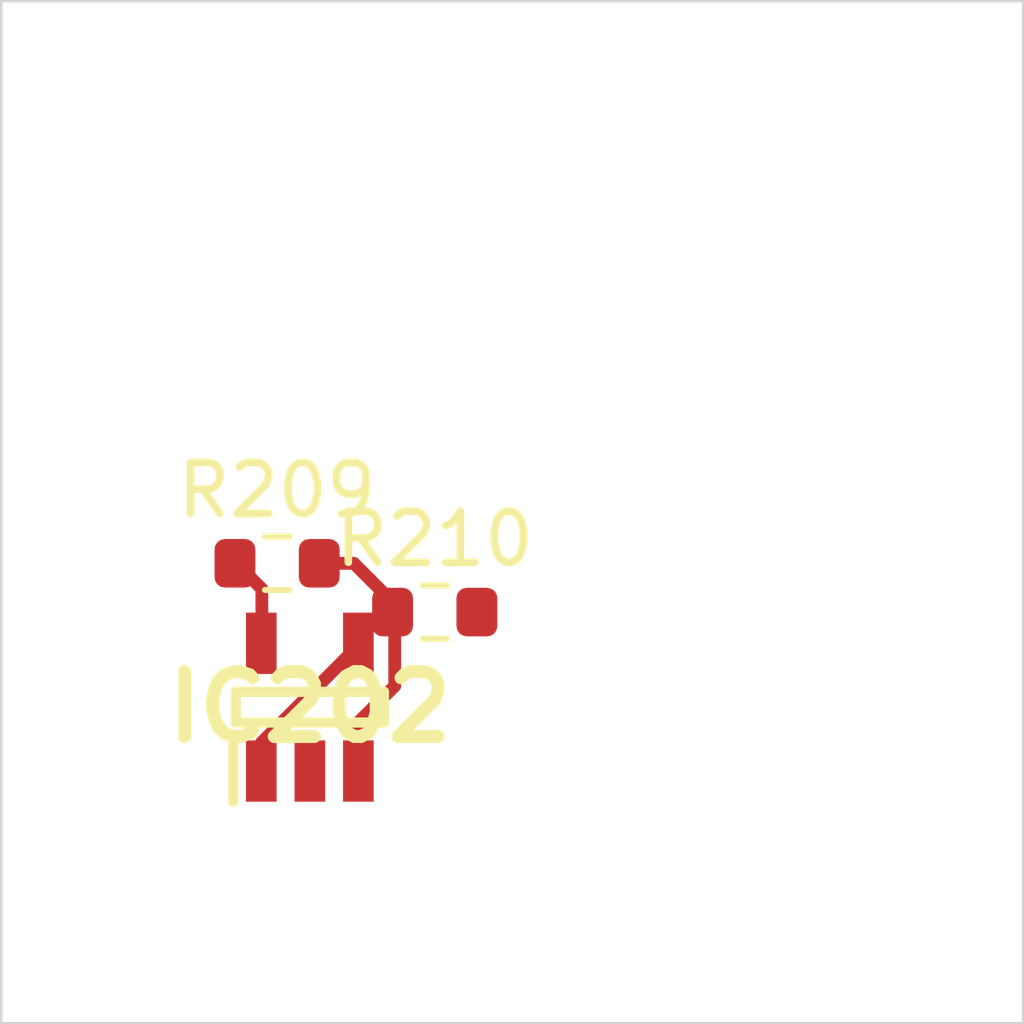
<source format=kicad_pcb>
 ( kicad_pcb  ( version 20171130 )
 ( host pcbnew 5.1.12-84ad8e8a86~92~ubuntu18.04.1 )
 ( general  ( thickness 1.6 )
 ( drawings 4 )
 ( tracks 0 )
 ( zones 0 )
 ( modules 3 )
 ( nets 5 )
)
 ( page A4 )
 ( layers  ( 0 F.Cu signal )
 ( 31 B.Cu signal )
 ( 32 B.Adhes user )
 ( 33 F.Adhes user )
 ( 34 B.Paste user )
 ( 35 F.Paste user )
 ( 36 B.SilkS user )
 ( 37 F.SilkS user )
 ( 38 B.Mask user )
 ( 39 F.Mask user )
 ( 40 Dwgs.User user )
 ( 41 Cmts.User user )
 ( 42 Eco1.User user )
 ( 43 Eco2.User user )
 ( 44 Edge.Cuts user )
 ( 45 Margin user )
 ( 46 B.CrtYd user )
 ( 47 F.CrtYd user )
 ( 48 B.Fab user )
 ( 49 F.Fab user )
)
 ( setup  ( last_trace_width 0.25 )
 ( trace_clearance 0.2 )
 ( zone_clearance 0.508 )
 ( zone_45_only no )
 ( trace_min 0.2 )
 ( via_size 0.8 )
 ( via_drill 0.4 )
 ( via_min_size 0.4 )
 ( via_min_drill 0.3 )
 ( uvia_size 0.3 )
 ( uvia_drill 0.1 )
 ( uvias_allowed no )
 ( uvia_min_size 0.2 )
 ( uvia_min_drill 0.1 )
 ( edge_width 0.05 )
 ( segment_width 0.2 )
 ( pcb_text_width 0.3 )
 ( pcb_text_size 1.5 1.5 )
 ( mod_edge_width 0.12 )
 ( mod_text_size 1 1 )
 ( mod_text_width 0.15 )
 ( pad_size 1.524 1.524 )
 ( pad_drill 0.762 )
 ( pad_to_mask_clearance 0 )
 ( aux_axis_origin 0 0 )
 ( visible_elements FFFFFF7F )
 ( pcbplotparams  ( layerselection 0x010fc_ffffffff )
 ( usegerberextensions false )
 ( usegerberattributes true )
 ( usegerberadvancedattributes true )
 ( creategerberjobfile true )
 ( excludeedgelayer true )
 ( linewidth 0.100000 )
 ( plotframeref false )
 ( viasonmask false )
 ( mode 1 )
 ( useauxorigin false )
 ( hpglpennumber 1 )
 ( hpglpenspeed 20 )
 ( hpglpendiameter 15.000000 )
 ( psnegative false )
 ( psa4output false )
 ( plotreference true )
 ( plotvalue true )
 ( plotinvisibletext false )
 ( padsonsilk false )
 ( subtractmaskfromsilk false )
 ( outputformat 1 )
 ( mirror false )
 ( drillshape 1 )
 ( scaleselection 1 )
 ( outputdirectory "" )
)
)
 ( net 0 "" )
 ( net 1 GND )
 ( net 2 VDDA )
 ( net 3 /Sheet6235D886/vp )
 ( net 4 "Net-(IC202-Pad3)" )
 ( net_class Default "This is the default net class."  ( clearance 0.2 )
 ( trace_width 0.25 )
 ( via_dia 0.8 )
 ( via_drill 0.4 )
 ( uvia_dia 0.3 )
 ( uvia_drill 0.1 )
 ( add_net /Sheet6235D886/vp )
 ( add_net GND )
 ( add_net "Net-(IC202-Pad3)" )
 ( add_net VDDA )
)
 ( module SOT95P280X145-5N locked  ( layer F.Cu )
 ( tedit 62336ED7 )
 ( tstamp 623423ED )
 ( at 86.038900 113.815000 90.000000 )
 ( descr DBV0005A )
 ( tags "Integrated Circuit" )
 ( path /6235D887/6266C08E )
 ( attr smd )
 ( fp_text reference IC202  ( at 0 0 )
 ( layer F.SilkS )
 ( effects  ( font  ( size 1.27 1.27 )
 ( thickness 0.254 )
)
)
)
 ( fp_text value TL071HIDBVR  ( at 0 0 )
 ( layer F.SilkS )
hide  ( effects  ( font  ( size 1.27 1.27 )
 ( thickness 0.254 )
)
)
)
 ( fp_line  ( start -1.85 -1.5 )
 ( end -0.65 -1.5 )
 ( layer F.SilkS )
 ( width 0.2 )
)
 ( fp_line  ( start -0.3 1.45 )
 ( end -0.3 -1.45 )
 ( layer F.SilkS )
 ( width 0.2 )
)
 ( fp_line  ( start 0.3 1.45 )
 ( end -0.3 1.45 )
 ( layer F.SilkS )
 ( width 0.2 )
)
 ( fp_line  ( start 0.3 -1.45 )
 ( end 0.3 1.45 )
 ( layer F.SilkS )
 ( width 0.2 )
)
 ( fp_line  ( start -0.3 -1.45 )
 ( end 0.3 -1.45 )
 ( layer F.SilkS )
 ( width 0.2 )
)
 ( fp_line  ( start -0.8 -0.5 )
 ( end 0.15 -1.45 )
 ( layer Dwgs.User )
 ( width 0.1 )
)
 ( fp_line  ( start -0.8 1.45 )
 ( end -0.8 -1.45 )
 ( layer Dwgs.User )
 ( width 0.1 )
)
 ( fp_line  ( start 0.8 1.45 )
 ( end -0.8 1.45 )
 ( layer Dwgs.User )
 ( width 0.1 )
)
 ( fp_line  ( start 0.8 -1.45 )
 ( end 0.8 1.45 )
 ( layer Dwgs.User )
 ( width 0.1 )
)
 ( fp_line  ( start -0.8 -1.45 )
 ( end 0.8 -1.45 )
 ( layer Dwgs.User )
 ( width 0.1 )
)
 ( fp_line  ( start -2.1 1.775 )
 ( end -2.1 -1.775 )
 ( layer Dwgs.User )
 ( width 0.05 )
)
 ( fp_line  ( start 2.1 1.775 )
 ( end -2.1 1.775 )
 ( layer Dwgs.User )
 ( width 0.05 )
)
 ( fp_line  ( start 2.1 -1.775 )
 ( end 2.1 1.775 )
 ( layer Dwgs.User )
 ( width 0.05 )
)
 ( fp_line  ( start -2.1 -1.775 )
 ( end 2.1 -1.775 )
 ( layer Dwgs.User )
 ( width 0.05 )
)
 ( pad 1 smd rect  ( at -1.25 -0.95 180.000000 )
 ( size 0.6 1.2 )
 ( layers F.Cu F.Mask F.Paste )
 ( net 3 /Sheet6235D886/vp )
)
 ( pad 2 smd rect  ( at -1.25 0 180.000000 )
 ( size 0.6 1.2 )
 ( layers F.Cu F.Mask F.Paste )
 ( net 1 GND )
)
 ( pad 3 smd rect  ( at -1.25 0.95 180.000000 )
 ( size 0.6 1.2 )
 ( layers F.Cu F.Mask F.Paste )
 ( net 4 "Net-(IC202-Pad3)" )
)
 ( pad 4 smd rect  ( at 1.25 0.95 180.000000 )
 ( size 0.6 1.2 )
 ( layers F.Cu F.Mask F.Paste )
 ( net 3 /Sheet6235D886/vp )
)
 ( pad 5 smd rect  ( at 1.25 -0.95 180.000000 )
 ( size 0.6 1.2 )
 ( layers F.Cu F.Mask F.Paste )
 ( net 2 VDDA )
)
)
 ( module Resistor_SMD:R_0603_1608Metric  ( layer F.Cu )
 ( tedit 5F68FEEE )
 ( tstamp 62342595 )
 ( at 85.398000 110.999000 )
 ( descr "Resistor SMD 0603 (1608 Metric), square (rectangular) end terminal, IPC_7351 nominal, (Body size source: IPC-SM-782 page 72, https://www.pcb-3d.com/wordpress/wp-content/uploads/ipc-sm-782a_amendment_1_and_2.pdf), generated with kicad-footprint-generator" )
 ( tags resistor )
 ( path /6235D887/623CDBD9 )
 ( attr smd )
 ( fp_text reference R209  ( at 0 -1.43 )
 ( layer F.SilkS )
 ( effects  ( font  ( size 1 1 )
 ( thickness 0.15 )
)
)
)
 ( fp_text value 100k  ( at 0 1.43 )
 ( layer F.Fab )
 ( effects  ( font  ( size 1 1 )
 ( thickness 0.15 )
)
)
)
 ( fp_line  ( start -0.8 0.4125 )
 ( end -0.8 -0.4125 )
 ( layer F.Fab )
 ( width 0.1 )
)
 ( fp_line  ( start -0.8 -0.4125 )
 ( end 0.8 -0.4125 )
 ( layer F.Fab )
 ( width 0.1 )
)
 ( fp_line  ( start 0.8 -0.4125 )
 ( end 0.8 0.4125 )
 ( layer F.Fab )
 ( width 0.1 )
)
 ( fp_line  ( start 0.8 0.4125 )
 ( end -0.8 0.4125 )
 ( layer F.Fab )
 ( width 0.1 )
)
 ( fp_line  ( start -0.237258 -0.5225 )
 ( end 0.237258 -0.5225 )
 ( layer F.SilkS )
 ( width 0.12 )
)
 ( fp_line  ( start -0.237258 0.5225 )
 ( end 0.237258 0.5225 )
 ( layer F.SilkS )
 ( width 0.12 )
)
 ( fp_line  ( start -1.48 0.73 )
 ( end -1.48 -0.73 )
 ( layer F.CrtYd )
 ( width 0.05 )
)
 ( fp_line  ( start -1.48 -0.73 )
 ( end 1.48 -0.73 )
 ( layer F.CrtYd )
 ( width 0.05 )
)
 ( fp_line  ( start 1.48 -0.73 )
 ( end 1.48 0.73 )
 ( layer F.CrtYd )
 ( width 0.05 )
)
 ( fp_line  ( start 1.48 0.73 )
 ( end -1.48 0.73 )
 ( layer F.CrtYd )
 ( width 0.05 )
)
 ( fp_text user %R  ( at 0 0 )
 ( layer F.Fab )
 ( effects  ( font  ( size 0.4 0.4 )
 ( thickness 0.06 )
)
)
)
 ( pad 1 smd roundrect  ( at -0.825 0 )
 ( size 0.8 0.95 )
 ( layers F.Cu F.Mask F.Paste )
 ( roundrect_rratio 0.25 )
 ( net 2 VDDA )
)
 ( pad 2 smd roundrect  ( at 0.825 0 )
 ( size 0.8 0.95 )
 ( layers F.Cu F.Mask F.Paste )
 ( roundrect_rratio 0.25 )
 ( net 4 "Net-(IC202-Pad3)" )
)
 ( model ${KISYS3DMOD}/Resistor_SMD.3dshapes/R_0603_1608Metric.wrl  ( at  ( xyz 0 0 0 )
)
 ( scale  ( xyz 1 1 1 )
)
 ( rotate  ( xyz 0 0 0 )
)
)
)
 ( module Resistor_SMD:R_0603_1608Metric  ( layer F.Cu )
 ( tedit 5F68FEEE )
 ( tstamp 623425A6 )
 ( at 88.483000 111.954000 )
 ( descr "Resistor SMD 0603 (1608 Metric), square (rectangular) end terminal, IPC_7351 nominal, (Body size source: IPC-SM-782 page 72, https://www.pcb-3d.com/wordpress/wp-content/uploads/ipc-sm-782a_amendment_1_and_2.pdf), generated with kicad-footprint-generator" )
 ( tags resistor )
 ( path /6235D887/623CDBDF )
 ( attr smd )
 ( fp_text reference R210  ( at 0 -1.43 )
 ( layer F.SilkS )
 ( effects  ( font  ( size 1 1 )
 ( thickness 0.15 )
)
)
)
 ( fp_text value 100k  ( at 0 1.43 )
 ( layer F.Fab )
 ( effects  ( font  ( size 1 1 )
 ( thickness 0.15 )
)
)
)
 ( fp_line  ( start 1.48 0.73 )
 ( end -1.48 0.73 )
 ( layer F.CrtYd )
 ( width 0.05 )
)
 ( fp_line  ( start 1.48 -0.73 )
 ( end 1.48 0.73 )
 ( layer F.CrtYd )
 ( width 0.05 )
)
 ( fp_line  ( start -1.48 -0.73 )
 ( end 1.48 -0.73 )
 ( layer F.CrtYd )
 ( width 0.05 )
)
 ( fp_line  ( start -1.48 0.73 )
 ( end -1.48 -0.73 )
 ( layer F.CrtYd )
 ( width 0.05 )
)
 ( fp_line  ( start -0.237258 0.5225 )
 ( end 0.237258 0.5225 )
 ( layer F.SilkS )
 ( width 0.12 )
)
 ( fp_line  ( start -0.237258 -0.5225 )
 ( end 0.237258 -0.5225 )
 ( layer F.SilkS )
 ( width 0.12 )
)
 ( fp_line  ( start 0.8 0.4125 )
 ( end -0.8 0.4125 )
 ( layer F.Fab )
 ( width 0.1 )
)
 ( fp_line  ( start 0.8 -0.4125 )
 ( end 0.8 0.4125 )
 ( layer F.Fab )
 ( width 0.1 )
)
 ( fp_line  ( start -0.8 -0.4125 )
 ( end 0.8 -0.4125 )
 ( layer F.Fab )
 ( width 0.1 )
)
 ( fp_line  ( start -0.8 0.4125 )
 ( end -0.8 -0.4125 )
 ( layer F.Fab )
 ( width 0.1 )
)
 ( fp_text user %R  ( at 0 0 )
 ( layer F.Fab )
 ( effects  ( font  ( size 0.4 0.4 )
 ( thickness 0.06 )
)
)
)
 ( pad 2 smd roundrect  ( at 0.825 0 )
 ( size 0.8 0.95 )
 ( layers F.Cu F.Mask F.Paste )
 ( roundrect_rratio 0.25 )
 ( net 1 GND )
)
 ( pad 1 smd roundrect  ( at -0.825 0 )
 ( size 0.8 0.95 )
 ( layers F.Cu F.Mask F.Paste )
 ( roundrect_rratio 0.25 )
 ( net 4 "Net-(IC202-Pad3)" )
)
 ( model ${KISYS3DMOD}/Resistor_SMD.3dshapes/R_0603_1608Metric.wrl  ( at  ( xyz 0 0 0 )
)
 ( scale  ( xyz 1 1 1 )
)
 ( rotate  ( xyz 0 0 0 )
)
)
)
 ( gr_line  ( start 100 100 )
 ( end 100 120 )
 ( layer Edge.Cuts )
 ( width 0.05 )
 ( tstamp 62E770C4 )
)
 ( gr_line  ( start 80 120 )
 ( end 100 120 )
 ( layer Edge.Cuts )
 ( width 0.05 )
 ( tstamp 62E770C0 )
)
 ( gr_line  ( start 80 100 )
 ( end 100 100 )
 ( layer Edge.Cuts )
 ( width 0.05 )
 ( tstamp 6234110C )
)
 ( gr_line  ( start 80 100 )
 ( end 80 120 )
 ( layer Edge.Cuts )
 ( width 0.05 )
)
 ( segment  ( start 84.600001 111.000002 )
 ( end 85.100001 111.500002 )
 ( width 0.250000 )
 ( layer F.Cu )
 ( net 2 )
)
 ( segment  ( start 85.100001 111.500002 )
 ( end 85.100001 112.600002 )
 ( width 0.250000 )
 ( layer F.Cu )
 ( net 2 )
)
 ( segment  ( start 87.000001 112.600002 )
 ( end 85.100001 114.500002 )
 ( width 0.250000 )
 ( layer F.Cu )
 ( net 3 )
)
 ( segment  ( start 85.100001 114.500002 )
 ( end 85.100001 115.100002 )
 ( width 0.250000 )
 ( layer F.Cu )
 ( net 3 )
)
 ( segment  ( start 86.200001 111.000002 )
 ( end 86.900001 111.000002 )
 ( width 0.250000 )
 ( layer F.Cu )
 ( net 4 )
)
 ( segment  ( start 86.900001 111.000002 )
 ( end 87.700001 111.800002 )
 ( width 0.250000 )
 ( layer F.Cu )
 ( net 4 )
)
 ( segment  ( start 87.700001 111.800002 )
 ( end 87.700001 113.400002 )
 ( width 0.250000 )
 ( layer F.Cu )
 ( net 4 )
)
 ( segment  ( start 87.700001 113.400002 )
 ( end 87.000001 114.100002 )
 ( width 0.250000 )
 ( layer F.Cu )
 ( net 4 )
)
 ( segment  ( start 87.000001 114.100002 )
 ( end 87.000001 115.100002 )
 ( width 0.250000 )
 ( layer F.Cu )
 ( net 4 )
)
)

</source>
